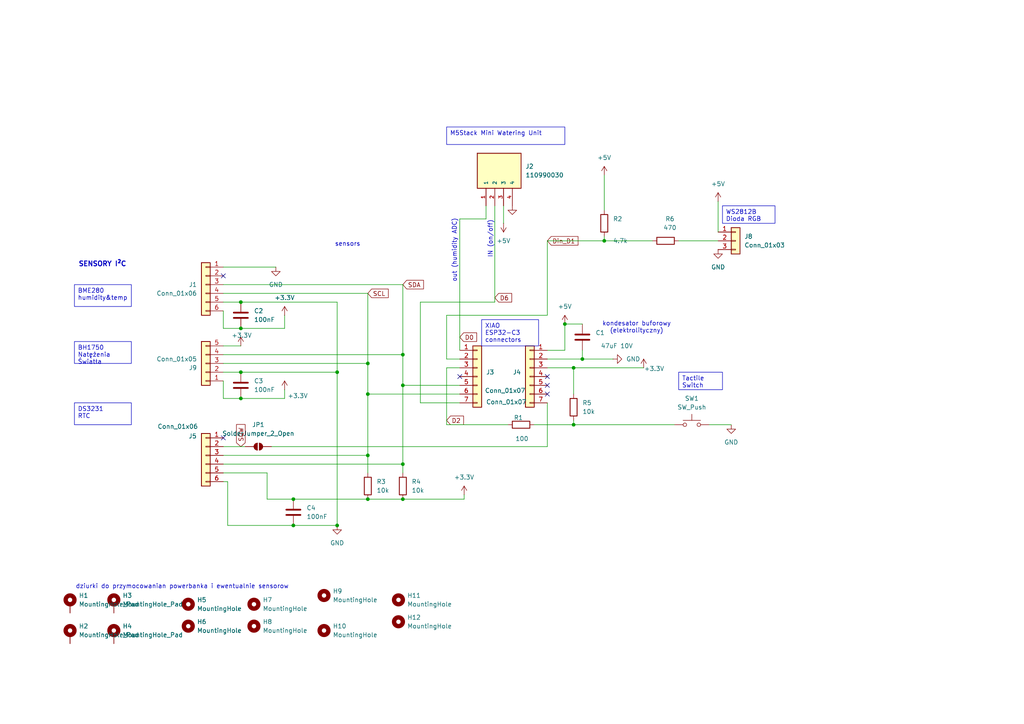
<source format=kicad_sch>
(kicad_sch (version 20250114) (generator "eeschema") (generator_version "9.0")
  (paper "A4")
  (lib_symbols
    (symbol "Connector_Generic:Conn_01x03" (pin_names (offset 1.016) (hide yes))
      (property "Reference" "J" (at 0 5.08 0))
      (property "Value" "Conn_01x03" (at 0 -5.08 0))
      (symbol "Conn_01x03_1_1"
        (rectangle (start -1.27 3.81) (end 1.27 -3.81) (stroke (width 0.254)) (fill (type background)))
        (rectangle (start -1.27 2.667) (end 0 2.413) (stroke (width 0.1524)))
        (rectangle (start -1.27 0.127) (end 0 -0.127) (stroke (width 0.1524)))
        (rectangle (start -1.27 -2.413) (end 0 -2.667) (stroke (width 0.1524)))
        (pin passive line (at -5.08 2.54 0) (length 3.81) (name "Pin_1") (number "1"))
        (pin passive line (at -5.08 0 0) (length 3.81) (name "Pin_2") (number "2"))
        (pin passive line (at -5.08 -2.54 0) (length 3.81) (name "Pin_3") (number "3"))
      )
    )
    (symbol "Connector_Generic:Conn_01x05" (pin_names (offset 1.016) (hide yes))
      (property "Reference" "J" (at 0 7.62 0))
      (property "Value" "Conn_01x05" (at 0 -7.62 0))
      (symbol "Conn_01x05_1_1"
        (rectangle (start -1.27 6.35) (end 1.27 -6.35) (stroke (width 0.254)) (fill (type background)))
        (rectangle (start -1.27 5.207) (end 0 4.953) (stroke (width 0.1524)))
        (rectangle (start -1.27 2.667) (end 0 2.413) (stroke (width 0.1524)))
        (rectangle (start -1.27 0.127) (end 0 -0.127) (stroke (width 0.1524)))
        (rectangle (start -1.27 -2.413) (end 0 -2.667) (stroke (width 0.1524)))
        (rectangle (start -1.27 -4.953) (end 0 -5.207) (stroke (width 0.1524)))
        (pin passive line (at -5.08 5.08 0) (length 3.81) (name "Pin_1") (number "1"))
        (pin passive line (at -5.08 2.54 0) (length 3.81) (name "Pin_2") (number "2"))
        (pin passive line (at -5.08 0 0) (length 3.81) (name "Pin_3") (number "3"))
        (pin passive line (at -5.08 -2.54 0) (length 3.81) (name "Pin_4") (number "4"))
        (pin passive line (at -5.08 -5.08 0) (length 3.81) (name "Pin_5") (number "5"))
      )
    )
    (symbol "Connector_Generic:Conn_01x06" (pin_names (offset 1.016) (hide yes))
      (property "Reference" "J" (at 0 7.62 0))
      (property "Value" "Conn_01x06" (at 0 -10.16 0))
      (symbol "Conn_01x06_1_1"
        (rectangle (start -1.27 6.35) (end 1.27 -8.89) (stroke (width 0.254)) (fill (type background)))
        (rectangle (start -1.27 5.207) (end 0 4.953) (stroke (width 0.1524)))
        (rectangle (start -1.27 2.667) (end 0 2.413) (stroke (width 0.1524)))
        (rectangle (start -1.27 0.127) (end 0 -0.127) (stroke (width 0.1524)))
        (rectangle (start -1.27 -2.413) (end 0 -2.667) (stroke (width 0.1524)))
        (rectangle (start -1.27 -4.953) (end 0 -5.207) (stroke (width 0.1524)))
        (rectangle (start -1.27 -7.493) (end 0 -7.747) (stroke (width 0.1524)))
        (pin passive line (at -5.08 5.08 0) (length 3.81) (name "Pin_1") (number "1"))
        (pin passive line (at -5.08 2.54 0) (length 3.81) (name "Pin_2") (number "2"))
        (pin passive line (at -5.08 0 0) (length 3.81) (name "Pin_3") (number "3"))
        (pin passive line (at -5.08 -2.54 0) (length 3.81) (name "Pin_4") (number "4"))
        (pin passive line (at -5.08 -5.08 0) (length 3.81) (name "Pin_5") (number "5"))
        (pin passive line (at -5.08 -7.62 0) (length 3.81) (name "Pin_6") (number "6"))
      )
    )
    (symbol "Connector_Generic:Conn_01x07" (pin_names (offset 1.016) (hide yes))
      (property "Reference" "J" (at 0 10.16 0))
      (property "Value" "Conn_01x07" (at 0 -10.16 0))
      (symbol "Conn_01x07_1_1"
        (rectangle (start -1.27 8.89) (end 1.27 -8.89) (stroke (width 0.254)) (fill (type background)))
        (rectangle (start -1.27 7.747) (end 0 7.493) (stroke (width 0.1524)))
        (rectangle (start -1.27 5.207) (end 0 4.953) (stroke (width 0.1524)))
        (rectangle (start -1.27 2.667) (end 0 2.413) (stroke (width 0.1524)))
        (rectangle (start -1.27 0.127) (end 0 -0.127) (stroke (width 0.1524)))
        (rectangle (start -1.27 -2.413) (end 0 -2.667) (stroke (width 0.1524)))
        (rectangle (start -1.27 -4.953) (end 0 -5.207) (stroke (width 0.1524)))
        (rectangle (start -1.27 -7.493) (end 0 -7.747) (stroke (width 0.1524)))
        (pin passive line (at -5.08 7.62 0) (length 3.81) (name "Pin_1") (number "1"))
        (pin passive line (at -5.08 5.08 0) (length 3.81) (name "Pin_2") (number "2"))
        (pin passive line (at -5.08 2.54 0) (length 3.81) (name "Pin_3") (number "3"))
        (pin passive line (at -5.08 0 0) (length 3.81) (name "Pin_4") (number "4"))
        (pin passive line (at -5.08 -2.54 0) (length 3.81) (name "Pin_5") (number "5"))
        (pin passive line (at -5.08 -5.08 0) (length 3.81) (name "Pin_6") (number "6"))
        (pin passive line (at -5.08 -7.62 0) (length 3.81) (name "Pin_7") (number "7"))
      )
    )
    (symbol "Device:C" (pin_numbers (hide yes)) (pin_names (offset 0.254))
      (property "Reference" "C" (at 0.635 2.54 0))
      (property "Value" "C" (at 0.635 -2.54 0))
      (symbol "C_0_1"
        (polyline (pts (xy -2.032 0.762) (xy 2.032 0.762)) (stroke (width 0.508)))
        (polyline (pts (xy -2.032 -0.762) (xy 2.032 -0.762)) (stroke (width 0.508)))
      )
      (symbol "C_1_1"
        (pin passive line (at 0 3.81 270) (length 2.794) (name "~") (number "1"))
        (pin passive line (at 0 -3.81 90) (length 2.794) (name "~") (number "2"))
      )
    )
    (symbol "Device:R" (pin_numbers (hide yes)) (pin_names (offset 0))
      (property "Reference" "R" (at 2.032 0 90))
      (property "Value" "R" (at 0 0 90))
      (symbol "R_0_1"
        (rectangle (start -1.016 -2.54) (end 1.016 2.54) (stroke (width 0.254)))
      )
      (symbol "R_1_1"
        (pin passive line (at 0 3.81 270) (length 1.27) (name "~") (number "1"))
        (pin passive line (at 0 -3.81 90) (length 1.27) (name "~") (number "2"))
      )
    )
    (symbol "Jumper:SolderJumper_2_Open" (pin_numbers (hide yes)) (pin_names (offset 0) (hide yes)) (in_bom no)
      (property "Reference" "JP" (at 0 2.032 0))
      (property "Value" "SolderJumper_2_Open" (at 0 -2.54 0))
      (symbol "SolderJumper_2_Open_0_1"
        (polyline (pts (xy -0.254 1.016) (xy -0.254 -1.016)))
        (arc (start -0.254 -1.016) (mid -1.2656 0) (end -0.254 1.016))
        (arc (start -0.254 -1.016) (mid -1.2656 0) (end -0.254 1.016) (fill (type outline)))
        (arc (start 0.254 1.016) (mid 1.2656 0) (end 0.254 -1.016))
        (arc (start 0.254 1.016) (mid 1.2656 0) (end 0.254 -1.016) (fill (type outline)))
        (polyline (pts (xy 0.254 1.016) (xy 0.254 -1.016)))
      )
      (symbol "SolderJumper_2_Open_1_1"
        (pin passive line (at -3.81 0 0) (length 2.54) (name "A") (number "1"))
        (pin passive line (at 3.81 0 180) (length 2.54) (name "B") (number "2"))
      )
    )
    (symbol "Mechanical:MountingHole" (pin_names (offset 1.016)) (in_bom no)
      (property "Reference" "H" (at 0 5.08 0))
      (property "Value" "MountingHole" (at 0 3.175 0))
      (symbol "MountingHole_0_1"
        (circle (center 0 0) (radius 1.27) (stroke (width 1.27)))
      )
    )
    (symbol "Mechanical:MountingHole_Pad" (pin_numbers (hide yes)) (pin_names (offset 1.016) (hide yes)) (in_bom no)
      (property "Reference" "H" (at 0 6.35 0))
      (property "Value" "MountingHole_Pad" (at 0 4.445 0))
      (symbol "MountingHole_Pad_0_1"
        (circle (center 0 1.27) (radius 1.27) (stroke (width 1.27)))
      )
      (symbol "MountingHole_Pad_1_1"
        (pin input line (at 0 -2.54 90) (length 2.54) (name "1") (number "1"))
      )
    )
    (symbol "Switch:SW_Push" (pin_numbers (hide yes)) (pin_names (offset 1.016) (hide yes))
      (property "Reference" "SW" (at 1.27 2.54 0))
      (property "Value" "SW_Push" (at 0 -1.524 0))
      (symbol "SW_Push_0_1"
        (circle (center -2.032 0) (radius 0.508))
        (polyline (pts (xy 0 1.27) (xy 0 3.048)))
        (circle (center 2.032 0) (radius 0.508))
        (polyline (pts (xy 2.54 1.27) (xy -2.54 1.27)))
        (pin passive line (at -5.08 0 0) (length 2.54) (name "1") (number "1"))
        (pin passive line (at 5.08 0 180) (length 2.54) (name "2") (number "2"))
      )
    )
    (symbol "groove_con:110990030" (pin_names (offset 1.016))
      (property "Reference" "J" (at -5.08 5.842 0))
      (property "Value" "110990030" (at -5.08 -8.382 0))
      (symbol "110990030_0_0"
        (rectangle (start -5.08 -7.62) (end 5.08 5.08) (stroke (width 0.254)) (fill (type background)))
        (pin passive line (at -10.16 2.54 0) (length 5.08) (name "1") (number "1"))
        (pin passive line (at -10.16 0 0) (length 5.08) (name "2") (number "2"))
        (pin passive line (at -10.16 -2.54 0) (length 5.08) (name "3") (number "3"))
        (pin passive line (at -10.16 -5.08 0) (length 5.08) (name "4") (number "4"))
      )
    )
    (symbol "power:+3.3V" (power) (pin_numbers (hide yes)) (pin_names (offset 0) (hide yes))
      (property "Value" "+3.3V" (at 0 3.556 0))
      (symbol "+3.3V_0_1"
        (polyline (pts (xy -0.762 1.27) (xy 0 2.54)))
        (polyline (pts (xy 0 2.54) (xy 0.762 1.27)))
        (polyline (pts (xy 0 0) (xy 0 2.54)))
      )
      (symbol "+3.3V_1_1"
        (pin power_in line (at 0 0 90) (length 0) (name "~") (number "1"))
      )
    )
    (symbol "power:+5V" (power) (pin_numbers (hide yes)) (pin_names (offset 0) (hide yes))
      (property "Value" "+5V" (at 0 3.556 0))
      (symbol "+5V_0_1"
        (polyline (pts (xy -0.762 1.27) (xy 0 2.54)))
        (polyline (pts (xy 0 2.54) (xy 0.762 1.27)))
        (polyline (pts (xy 0 0) (xy 0 2.54)))
      )
      (symbol "+5V_1_1"
        (pin power_in line (at 0 0 90) (length 0) (name "~") (number "1"))
      )
    )
    (symbol "power:GND" (power) (pin_numbers (hide yes)) (pin_names (offset 0) (hide yes))
      (property "Value" "GND" (at 0 -3.81 0))
      (symbol "GND_0_1"
        (polyline (pts (xy 0 0) (xy 0 -1.27) (xy 1.27 -1.27) (xy 0 -2.54) (xy -1.27 -1.27) (xy 0 -1.27)))
      )
      (symbol "GND_1_1"
        (pin power_in line (at 0 0 270) (length 0) (name "~") (number "1"))
      )
    )
  )
  (text "sensors" (at 100.838 70.866 0) (effects (font (size 1.27 1.27))))
  (text "IN (on/off)" (at 142.24 69.342 90) (effects (font (size 1.27 1.27))))
  (text "SENSORY I²C" (at 29.718 76.708 0) (effects (font (size 1.397 1.397) (thickness 0.2794) (bold yes))))
  (text "dziurki do przymocowanian powerbanka i ewentualnie sensorow " (at 53.34 170.18 0) (effects (font (size 1.27 1.27))))
  (text "kondesator buforowy\n(elektrolityczny)" (at 184.658 94.996 0) (effects (font (size 1.27 1.27))))
  (text "out (humidity ADC)" (at 131.826 72.644 90) (effects (font (size 1.27 1.27))))
  (text_box "M5Stack Mini Watering Unit\n" (at 129.54 36.83 0) (size 34.29 5.08) (margins 0.9525 0.9525 0.9525 0.9525) (effects (font (size 1.27 1.27)) (justify left top)))
  (text_box "XIAO ESP32-C3 connectors" (at 139.7 92.71 0) (size 16.51 7.62) (margins 0.9525 0.9525 0.9525 0.9525) (effects (font (size 1.27 1.27)) (justify left top)))
  (text_box "BME280\nhumidity&temp " (at 21.59 82.55 0) (size 16.51 6.35) (margins 0.9525 0.9525 0.9525 0.9525) (effects (font (size 1.27 1.27)) (justify left top)))
  (text_box "WS2812B\nDioda RGB" (at 209.55 59.69 0) (size 15.24 5.08) (margins 0.9525 0.9525 0.9525 0.9525) (effects (font (size 1.27 1.27)) (justify left top)))
  (text_box "BH1750\nNatężenia Światła" (at 21.59 99.06 0) (size 16.51 6.35) (margins 0.9525 0.9525 0.9525 0.9525) (effects (font (size 1.27 1.27)) (justify left top)))
  (text_box "Tactile Switch" (at 196.85 107.95 0) (size 12.7 5.08) (margins 0.9525 0.9525 0.9525 0.9525) (effects (font (size 1.27 1.27)) (justify left top)))
  (text_box "DS3231\nRTC " (at 21.59 116.84 0) (size 16.51 6.35) (margins 0.9525 0.9525 0.9525 0.9525) (effects (font (size 1.27 1.27)) (justify left top)))
  (junction (at 166.37 106.68))
  (junction (at 175.26 69.85))
  (junction (at 97.79 107.95))
  (junction (at 168.91 104.14))
  (junction (at 166.37 123.19))
  (junction (at 106.68 105.41))
  (junction (at 85.09 144.78))
  (junction (at 69.85 95.25))
  (junction (at 163.83 93.98))
  (junction (at 106.68 114.3))
  (junction (at 69.85 87.63))
  (junction (at 116.84 102.87))
  (junction (at 116.84 111.76))
  (junction (at 106.68 144.78))
  (junction (at 85.09 152.4))
  (junction (at 116.84 134.62))
  (junction (at 106.68 132.08))
  (junction (at 97.79 152.4))
  (junction (at 69.85 115.57))
  (junction (at 116.84 144.78))
  (junction (at 69.85 107.95))
  (no_connect (at 158.75 109.22))
  (no_connect (at 158.75 111.76))
  (no_connect (at 133.35 109.22))
  (no_connect (at 158.75 114.3))
  (no_connect (at 64.77 80.01))
  (no_connect (at 64.77 127))
  (wire (pts (xy 163.83 93.98) (xy 168.91 93.98)))
  (wire (pts (xy 121.92 87.63) (xy 143.51 87.63)))
  (wire (pts (xy 158.75 69.85) (xy 175.26 69.85)))
  (wire (pts (xy 69.85 107.95) (xy 97.79 107.95)))
  (wire (pts (xy 134.62 144.78) (xy 134.62 143.51)))
  (wire (pts (xy 66.04 152.4) (xy 85.09 152.4)))
  (wire (pts (xy 97.79 107.95) (xy 97.79 152.4)))
  (wire (pts (xy 166.37 121.92) (xy 166.37 123.19)))
  (wire (pts (xy 64.77 139.7) (xy 66.04 139.7)))
  (wire (pts (xy 64.77 95.25) (xy 69.85 95.25)))
  (wire (pts (xy 175.26 50.8) (xy 175.26 60.96)))
  (wire (pts (xy 166.37 106.68) (xy 158.75 106.68)))
  (wire (pts (xy 129.54 91.44) (xy 158.75 91.44)))
  (wire (pts (xy 129.54 91.44) (xy 129.54 104.14)))
  (wire (pts (xy 82.55 91.44) (xy 82.55 95.25)))
  (wire (pts (xy 64.77 100.33) (xy 69.85 100.33)))
  (wire (pts (xy 158.75 91.44) (xy 158.75 69.85)))
  (wire (pts (xy 175.26 69.85) (xy 175.26 68.58)))
  (wire (pts (xy 66.04 139.7) (xy 66.04 152.4)))
  (wire (pts (xy 77.47 137.16) (xy 77.47 144.78)))
  (wire (pts (xy 168.91 104.14) (xy 177.8 104.14)))
  (wire (pts (xy 116.84 134.62) (xy 64.77 134.62)))
  (wire (pts (xy 154.94 123.19) (xy 166.37 123.19)))
  (wire (pts (xy 196.85 69.85) (xy 208.28 69.85)))
  (wire (pts (xy 69.85 87.63) (xy 97.79 87.63)))
  (wire (pts (xy 64.77 102.87) (xy 116.84 102.87)))
  (wire (pts (xy 189.23 69.85) (xy 175.26 69.85)))
  (wire (pts (xy 106.68 132.08) (xy 106.68 137.16)))
  (wire (pts (xy 146.05 59.69) (xy 146.05 64.77)))
  (wire (pts (xy 64.77 132.08) (xy 106.68 132.08)))
  (wire (pts (xy 158.75 116.84) (xy 158.75 129.54)))
  (wire (pts (xy 106.68 114.3) (xy 106.68 132.08)))
  (wire (pts (xy 143.51 59.69) (xy 143.51 87.63)))
  (wire (pts (xy 106.68 144.78) (xy 116.84 144.78)))
  (wire (pts (xy 133.35 63.5) (xy 140.97 63.5)))
  (wire (pts (xy 64.77 82.55) (xy 116.84 82.55)))
  (wire (pts (xy 106.68 85.09) (xy 106.68 105.41)))
  (wire (pts (xy 205.74 123.19) (xy 212.09 123.19)))
  (wire (pts (xy 116.84 111.76) (xy 133.35 111.76)))
  (wire (pts (xy 186.69 106.68) (xy 166.37 106.68)))
  (wire (pts (xy 64.77 77.47) (xy 80.01 77.47)))
  (wire (pts (xy 166.37 123.19) (xy 195.58 123.19)))
  (wire (pts (xy 140.97 63.5) (xy 140.97 59.69)))
  (wire (pts (xy 158.75 101.6) (xy 163.83 101.6)))
  (wire (pts (xy 97.79 87.63) (xy 97.79 107.95)))
  (wire (pts (xy 133.35 116.84) (xy 121.92 116.84)))
  (wire (pts (xy 64.77 95.25) (xy 64.77 90.17)))
  (wire (pts (xy 85.09 152.4) (xy 97.79 152.4)))
  (wire (pts (xy 168.91 101.6) (xy 168.91 104.14)))
  (wire (pts (xy 133.35 63.5) (xy 133.35 101.6)))
  (wire (pts (xy 64.77 87.63) (xy 69.85 87.63)))
  (wire (pts (xy 116.84 102.87) (xy 116.84 111.76)))
  (wire (pts (xy 69.85 115.57) (xy 82.55 115.57)))
  (wire (pts (xy 129.54 106.68) (xy 129.54 123.19)))
  (wire (pts (xy 85.09 144.78) (xy 106.68 144.78)))
  (wire (pts (xy 64.77 85.09) (xy 106.68 85.09)))
  (wire (pts (xy 158.75 129.54) (xy 78.74 129.54)))
  (wire (pts (xy 133.35 106.68) (xy 129.54 106.68)))
  (wire (pts (xy 64.77 137.16) (xy 77.47 137.16)))
  (wire (pts (xy 64.77 129.54) (xy 71.12 129.54)))
  (wire (pts (xy 64.77 115.57) (xy 64.77 110.49)))
  (wire (pts (xy 208.28 58.42) (xy 208.28 67.31)))
  (wire (pts (xy 129.54 123.19) (xy 147.32 123.19)))
  (wire (pts (xy 129.54 104.14) (xy 133.35 104.14)))
  (wire (pts (xy 106.68 105.41) (xy 106.68 114.3)))
  (wire (pts (xy 77.47 144.78) (xy 85.09 144.78)))
  (wire (pts (xy 163.83 93.98) (xy 163.83 101.6)))
  (wire (pts (xy 116.84 82.55) (xy 116.84 102.87)))
  (wire (pts (xy 69.85 95.25) (xy 82.55 95.25)))
  (wire (pts (xy 64.77 107.95) (xy 69.85 107.95)))
  (wire (pts (xy 64.77 115.57) (xy 69.85 115.57)))
  (wire (pts (xy 158.75 104.14) (xy 168.91 104.14)))
  (wire (pts (xy 64.77 105.41) (xy 106.68 105.41)))
  (wire (pts (xy 82.55 115.57) (xy 82.55 113.03)))
  (wire (pts (xy 116.84 111.76) (xy 116.84 134.62)))
  (wire (pts (xy 116.84 144.78) (xy 134.62 144.78)))
  (wire (pts (xy 106.68 114.3) (xy 133.35 114.3)))
  (wire (pts (xy 121.92 116.84) (xy 121.92 87.63)))
  (wire (pts (xy 116.84 134.62) (xy 116.84 137.16)))
  (wire (pts (xy 166.37 106.68) (xy 166.37 114.3)))
  (global_label "Din_D1" (shape input) (at 158.75 69.85 0) (property "Intersheetrefs" "${INTERSHEET_REFS}" (effects (hide yes))))
  (global_label "D2" (shape input) (at 129.54 121.92 0) (property "Intersheetrefs" "${INTERSHEET_REFS}" (effects (hide yes))))
  (global_label "SCL" (shape input) (at 106.68 85.09 0) (property "Intersheetrefs" "${INTERSHEET_REFS}" (effects (hide yes))))
  (global_label "D6" (shape input) (at 143.51 86.36 0) (property "Intersheetrefs" "${INTERSHEET_REFS}" (effects (hide yes))))
  (global_label "SQW" (shape input) (at 69.85 129.54 90) (property "Intersheetrefs" "${INTERSHEET_REFS}" (effects (hide yes))))
  (global_label "D0" (shape input) (at 133.35 97.79 0) (property "Intersheetrefs" "${INTERSHEET_REFS}" (effects (hide yes))))
  (global_label "SDA" (shape input) (at 116.84 82.55 0) (property "Intersheetrefs" "${INTERSHEET_REFS}" (effects (hide yes))))
  (symbol (lib_id "Device:R") (at 175.26 64.77 0) (unit 1)
    (property "Reference" "R2" (at 177.8 63.4999 0) (effects (justify left)))
    (property "Value" "4.7k" (at 177.8 69.8499 0) (effects (justify left)))
    (property "Footprint" "Resistor_SMD:R_0805_2012Metric" (effects (hide yes)))
    (property "Description" "Resistor" (effects (hide yes)))
    (property "LCSC Part #" "C17673" (effects (hide yes)))
  )
  (symbol (lib_id "Connector_Generic:Conn_01x03") (at 213.36 69.85 0) (unit 1)
    (property "Reference" "J8" (at 215.9 68.5799 0) (effects (justify left)))
    (property "Value" "Conn_01x03" (at 215.9 71.1199 0) (effects (justify left)))
    (property "Footprint" "Connector_PinHeader_2.54mm:PinHeader_1x03_P2.54mm_Vertical" (effects (hide yes)))
    (property "Description" "Generic connector, single row, 01x03, script generated (kicad-library-utils/schlib/autogen/connector/)" (effects (hide yes)))
    (property "LCSC Part #" "C124398" (effects (hide yes)))
  )
  (symbol (lib_id "power:GND") (at 208.28 72.39 0) (unit 1)
    (property "Reference" "#PWR08" (effects (hide yes)))
    (property "Value" "GND" (at 208.28 77.47 0))
    (property "Description" "Power symbol creates a global label with name \"GND\" , ground" (effects (hide yes)))
  )
  (symbol (lib_id "Mechanical:MountingHole_Pad") (at 33.02 184.15 0) (unit 1) (in_bom no)
    (property "Reference" "H4" (at 35.56 181.6099 0) (effects (justify left)))
    (property "Value" "MountingHole_Pad" (at 35.56 184.1499 0) (effects (justify left)))
    (property "Footprint" "MountingHole:MountingHole_4.3mm_M4_Pad" (effects (hide yes)))
    (property "Description" "Mounting Hole with connection" (effects (hide yes)))
  )
  (symbol (lib_id "Switch:SW_Push") (at 200.66 123.19 0) (unit 1)
    (property "Reference" "SW1" (at 200.66 115.57 0))
    (property "Value" "SW_Push" (at 200.66 118.11 0))
    (property "Footprint" "Button_Switch_THT:SW_PUSH_6mm" (effects (hide yes)))
    (property "Description" "Push button switch, generic, two pins" (effects (hide yes)))
    (property "LCSC Part #" "C318884" (effects (hide yes)))
  )
  (symbol (lib_id "Mechanical:MountingHole_Pad") (at 33.02 175.26 0) (unit 1) (in_bom no)
    (property "Reference" "H3" (at 35.56 172.7199 0) (effects (justify left)))
    (property "Value" "MountingHole_Pad" (at 35.56 175.2599 0) (effects (justify left)))
    (property "Footprint" "MountingHole:MountingHole_4.3mm_M4_Pad" (effects (hide yes)))
    (property "Description" "Mounting Hole with connection" (effects (hide yes)))
  )
  (symbol (lib_id "power:+5V") (at 146.05 64.77 0) (mirror x) (unit 1)
    (property "Reference" "#PWR015" (effects (hide yes)))
    (property "Value" "+5V" (at 146.05 69.85 0))
    (property "Description" "Power symbol creates a global label with name \"+5V\"" (effects (hide yes)))
  )
  (symbol (lib_id "Device:R") (at 193.04 69.85 270) (unit 1)
    (property "Reference" "R6" (at 194.31 63.5 90))
    (property "Value" "470" (at 194.31 66.04 90))
    (property "Footprint" "Resistor_SMD:R_0805_2012Metric" (effects (hide yes)))
    (property "Description" "Resistor" (effects (hide yes)))
    (property "LCSC Part #" "C17710" (effects (hide yes)))
  )
  (symbol (lib_id "Device:C") (at 69.85 91.44 0) (unit 1)
    (property "Reference" "C2" (at 73.66 90.1699 0) (effects (justify left)))
    (property "Value" "100nF" (at 73.66 92.7099 0) (effects (justify left)))
    (property "Footprint" "Capacitor_SMD:C_0805_2012Metric" (effects (hide yes)))
    (property "Description" "Unpolarized capacitor" (effects (hide yes)))
    (property "LCSC Part #" "C49678" (effects (hide yes)))
  )
  (symbol (lib_id "Mechanical:MountingHole") (at 115.57 180.34 0) (unit 1) (in_bom no)
    (property "Reference" "H12" (at 118.11 179.0699 0) (effects (justify left)))
    (property "Value" "MountingHole" (at 118.11 181.6099 0) (effects (justify left)))
    (property "Footprint" "MountingHole:MountingHole_2.5mm" (effects (hide yes)))
    (property "Description" "Mounting Hole without connection" (effects (hide yes)))
  )
  (symbol (lib_id "Device:R") (at 116.84 140.97 0) (unit 1)
    (property "Reference" "R4" (at 119.38 139.6999 0) (effects (justify left)))
    (property "Value" "10k" (at 119.38 142.2399 0) (effects (justify left)))
    (property "Footprint" "Resistor_SMD:R_0805_2012Metric" (effects (hide yes)))
    (property "Description" "Resistor" (effects (hide yes)))
    (property "LCSC Part #" "C17414" (effects (hide yes)))
  )
  (symbol (lib_id "Mechanical:MountingHole_Pad") (at 20.32 184.15 0) (unit 1) (in_bom no)
    (property "Reference" "H2" (at 22.86 181.6099 0) (effects (justify left)))
    (property "Value" "MountingHole_Pad" (at 22.86 184.1499 0) (effects (justify left)))
    (property "Footprint" "MountingHole:MountingHole_4.3mm_M4_Pad" (effects (hide yes)))
    (property "Description" "Mounting Hole with connection" (effects (hide yes)))
  )
  (symbol (lib_id "power:+3.3V") (at 82.55 91.44 0) (unit 1)
    (property "Reference" "#PWR02" (effects (hide yes)))
    (property "Value" "+3.3V" (at 82.55 86.36 0))
    (property "Description" "Power symbol creates a global label with name \"+3.3V\"" (effects (hide yes)))
  )
  (symbol (lib_id "Mechanical:MountingHole") (at 54.61 175.26 0) (unit 1) (in_bom no)
    (property "Reference" "H5" (at 57.15 173.9899 0) (effects (justify left)))
    (property "Value" "MountingHole" (at 57.15 176.5299 0) (effects (justify left)))
    (property "Footprint" "MountingHole:MountingHole_2.7mm" (effects (hide yes)))
    (property "Description" "Mounting Hole without connection" (effects (hide yes)))
  )
  (symbol (lib_id "Mechanical:MountingHole") (at 73.66 175.26 0) (unit 1) (in_bom no)
    (property "Reference" "H7" (at 76.2 173.9899 0) (effects (justify left)))
    (property "Value" "MountingHole" (at 76.2 176.5299 0) (effects (justify left)))
    (property "Footprint" "MountingHole:MountingHole_2.7mm" (effects (hide yes)))
    (property "Description" "Mounting Hole without connection" (effects (hide yes)))
  )
  (symbol (lib_id "power:GND") (at 212.09 123.19 0) (unit 1)
    (property "Reference" "#PWR05" (effects (hide yes)))
    (property "Value" "GND" (at 212.09 128.27 0))
    (property "Description" "Power symbol creates a global label with name \"GND\" , ground" (effects (hide yes)))
  )
  (symbol (lib_id "Device:R") (at 106.68 140.97 0) (unit 1)
    (property "Reference" "R3" (at 109.22 139.6999 0) (effects (justify left)))
    (property "Value" "10k" (at 109.22 142.2399 0) (effects (justify left)))
    (property "Footprint" "Resistor_SMD:R_0805_2012Metric" (effects (hide yes)))
    (property "Description" "Resistor" (effects (hide yes)))
    (property "LCSC Part #" "C17414" (effects (hide yes)))
  )
  (symbol (lib_id "Mechanical:MountingHole_Pad") (at 20.32 175.26 0) (unit 1) (in_bom no)
    (property "Reference" "H1" (at 22.86 172.7199 0) (effects (justify left)))
    (property "Value" "MountingHole_Pad" (at 22.86 175.2599 0) (effects (justify left)))
    (property "Footprint" "MountingHole:MountingHole_4.3mm_M4_Pad" (effects (hide yes)))
    (property "Description" "Mounting Hole with connection" (effects (hide yes)))
  )
  (symbol (lib_id "power:+5V") (at 208.28 58.42 0) (unit 1)
    (property "Reference" "#PWR09" (effects (hide yes)))
    (property "Value" "+5V" (at 208.28 53.34 0))
    (property "Description" "Power symbol creates a global label with name \"+5V\"" (effects (hide yes)))
  )
  (symbol (lib_id "Connector_Generic:Conn_01x07") (at 138.43 109.22 0) (unit 1)
    (property "Reference" "J3" (at 140.97 107.9499 0) (effects (justify left)))
    (property "Value" "Conn_01x07" (at 140.97 116.586 0) (effects (justify left)))
    (property "Footprint" "Connector_PinHeader_2.54mm:PinHeader_1x07_P2.54mm_Vertical" (effects (hide yes)))
    (property "Description" "Generic connector, single row, 01x07, script generated (kicad-library-utils/schlib/autogen/connector/)" (effects (hide yes)))
    (property "LCSC Part #" "C2254" (effects (hide yes)))
  )
  (symbol (lib_id "Device:R") (at 166.37 118.11 0) (unit 1)
    (property "Reference" "R5" (at 168.91 116.8399 0) (effects (justify left)))
    (property "Value" "10k" (at 168.91 119.3799 0) (effects (justify left)))
    (property "Footprint" "Resistor_SMD:R_0805_2012Metric" (effects (hide yes)))
    (property "Description" "Resistor" (effects (hide yes)))
    (property "LCSC Part #" "C17414" (effects (hide yes)))
  )
  (symbol (lib_id "Device:C") (at 168.91 97.79 0) (unit 1)
    (property "Reference" "C1" (at 172.72 96.5199 0) (effects (justify left)))
    (property "Value" "47uF 10V" (at 174.244 100.33 0) (effects (justify left)))
    (property "Footprint" "Capacitor_SMD:C_1206_3216Metric" (effects (hide yes)))
    (property "Description" "Unpolarized capacitor" (effects (hide yes)))
    (property "LCSC Part #" "C13608" (effects (hide yes)))
  )
  (symbol (lib_id "Connector_Generic:Conn_01x06") (at 59.69 132.08 0) (mirror y) (unit 1)
    (property "Reference" "J5" (at 55.88 126.492 0))
    (property "Value" "Conn_01x06" (at 51.562 123.698 0))
    (property "Footprint" "Connector_PinHeader_2.54mm:PinHeader_1x06_P2.54mm_Vertical" (effects (hide yes)))
    (property "Description" "Generic connector, single row, 01x06, script generated (kicad-library-utils/schlib/autogen/connector/)" (effects (hide yes)))
    (property "LCSC Part #" "C50982" (effects (hide yes)))
  )
  (symbol (lib_id "power:GND") (at 80.01 77.47 0) (unit 1)
    (property "Reference" "#PWR013" (effects (hide yes)))
    (property "Value" "GND" (at 80.01 82.55 0))
    (property "Description" "Power symbol creates a global label with name \"GND\" , ground" (effects (hide yes)))
  )
  (symbol (lib_id "Mechanical:MountingHole") (at 93.98 182.88 0) (unit 1) (in_bom no)
    (property "Reference" "H10" (at 96.52 181.6099 0) (effects (justify left)))
    (property "Value" "MountingHole" (at 96.52 184.1499 0) (effects (justify left)))
    (property "Footprint" "MountingHole:MountingHole_2.5mm" (effects (hide yes)))
    (property "Description" "Mounting Hole without connection" (effects (hide yes)))
  )
  (symbol (lib_id "power:GND") (at 97.79 152.4 0) (unit 1)
    (property "Reference" "#PWR011" (effects (hide yes)))
    (property "Value" "GND" (at 97.79 157.48 0))
    (property "Description" "Power symbol creates a global label with name \"GND\" , ground" (effects (hide yes)))
  )
  (symbol (lib_id "Device:C") (at 69.85 111.76 0) (unit 1)
    (property "Reference" "C3" (at 73.66 110.4899 0) (effects (justify left)))
    (property "Value" "100nF" (at 73.66 113.0299 0) (effects (justify left)))
    (property "Footprint" "Capacitor_SMD:C_0805_2012Metric" (effects (hide yes)))
    (property "Description" "Unpolarized capacitor" (effects (hide yes)))
    (property "LCSC Part #" "C49678" (effects (hide yes)))
  )
  (symbol (lib_id "Device:R") (at 151.13 123.19 90) (unit 1)
    (property "Reference" "R1" (at 150.368 121.158 90))
    (property "Value" "100" (at 151.384 127.254 90))
    (property "Footprint" "Resistor_SMD:R_0805_2012Metric" (effects (hide yes)))
    (property "Description" "Resistor" (effects (hide yes)))
    (property "LCSC Part #" "C17408" (effects (hide yes)))
  )
  (symbol (lib_id "power:+5V") (at 175.26 50.8 0) (unit 1)
    (property "Reference" "#PWR010" (effects (hide yes)))
    (property "Value" "+5V" (at 175.26 45.72 0))
    (property "Description" "Power symbol creates a global label with name \"+5V\"" (effects (hide yes)))
  )
  (symbol (lib_id "Jumper:SolderJumper_2_Open") (at 74.93 129.54 0) (unit 1) (in_bom no)
    (property "Reference" "JP1" (at 74.93 123.19 0))
    (property "Value" "SolderJumper_2_Open" (at 74.93 125.73 0))
    (property "Footprint" "Jumper:SolderJumper-2_P1.3mm_Open_RoundedPad1.0x1.5mm" (effects (hide yes)))
    (property "Description" "Solder Jumper, 2-pole, open" (effects (hide yes)))
  )
  (symbol (lib_id "power:+3.3V") (at 134.62 143.51 0) (unit 1)
    (property "Reference" "#PWR04" (effects (hide yes)))
    (property "Value" "+3.3V" (at 134.62 138.43 0))
    (property "Description" "Power symbol creates a global label with name \"+3.3V\"" (effects (hide yes)))
  )
  (symbol (lib_id "Mechanical:MountingHole") (at 115.57 173.99 0) (unit 1) (in_bom no)
    (property "Reference" "H11" (at 118.11 172.7199 0) (effects (justify left)))
    (property "Value" "MountingHole" (at 118.11 175.2599 0) (effects (justify left)))
    (property "Footprint" "MountingHole:MountingHole_2.5mm" (effects (hide yes)))
    (property "Description" "Mounting Hole without connection" (effects (hide yes)))
  )
  (symbol (lib_id "Mechanical:MountingHole") (at 73.66 181.61 0) (unit 1) (in_bom no)
    (property "Reference" "H8" (at 76.2 180.3399 0) (effects (justify left)))
    (property "Value" "MountingHole" (at 76.2 182.8799 0) (effects (justify left)))
    (property "Footprint" "MountingHole:MountingHole_2.7mm" (effects (hide yes)))
    (property "Description" "Mounting Hole without connection" (effects (hide yes)))
  )
  (symbol (lib_id "Connector_Generic:Conn_01x07") (at 153.67 109.22 0) (mirror y) (unit 1)
    (property "Reference" "J4" (at 151.13 107.9499 0) (effects (justify left)))
    (property "Value" "Conn_01x07" (at 152.4 113.284 0) (effects (justify left)))
    (property "Footprint" "Connector_PinHeader_2.54mm:PinHeader_1x07_P2.54mm_Vertical" (effects (hide yes)))
    (property "Description" "Generic connector, single row, 01x07, script generated (kicad-library-utils/schlib/autogen/connector/)" (effects (hide yes)))
    (property "LCSC Part #" "C2254" (effects (hide yes)))
  )
  (symbol (lib_id "groove_con:110990030") (at 143.51 49.53 90) (unit 1)
    (property "Reference" "J2" (at 152.4 48.2599 90) (effects (justify right)))
    (property "Value" "110990030" (at 152.4 50.7999 90) (effects (justify right)))
    (property "Footprint" "110990030:SEEED_110990030" (effects (hide yes)))
    (property "MF" "Seeed Studio" (effects (hide yes)))
    (property "MAXIMUM_PACKAGE_HEIGHT" "8.1mm" (effects (hide yes)))
    (property "Package" "None" (effects (hide yes)))
    (property "Price" "None" (effects (hide yes)))
    (property "Check_prices" "https://www.snapeda.com/parts/110990030%2010PCS/PACK/Seeed+Studio/view-part/?ref=eda" (effects (hide yes)))
    (property "STANDARD" "Manufacturer Recommendations" (effects (hide yes)))
    (property "PARTREV" "A" (effects (hide yes)))
    (property "SnapEDA_Link" "https://www.snapeda.com/parts/110990030%2010PCS/PACK/Seeed+Studio/view-part/?ref=snap" (effects (hide yes)))
    (property "MP" "110990030 10PCS/PACK" (effects (hide yes)))
    (property "Description_1" "Grove - Universal 4 pin connector [Seeed Studio] 110990030 10PCS/PACK Grove - Universal 4 pin connector" (effects (hide yes)))
    (property "Availability" "Not in stock" (effects (hide yes)))
    (property "MANUFACTURER" "Seeed Technology" (effects (hide yes)))
    (property "LCSC Part #" "C52230" (effects (hide yes)))
  )
  (symbol (lib_id "power:GND") (at 177.8 104.14 90) (unit 1)
    (property "Reference" "#PWR07" (effects (hide yes)))
    (property "Value" "GND" (at 181.61 104.1399 90) (effects (justify right)))
    (property "Description" "Power symbol creates a global label with name \"GND\" , ground" (effects (hide yes)))
  )
  (symbol (lib_id "power:GND") (at 148.59 59.69 0) (unit 1)
    (property "Reference" "#PWR014" (effects (hide yes)))
    (property "Value" "GND" (effects (hide yes)))
    (property "Description" "Power symbol creates a global label with name \"GND\" , ground" (effects (hide yes)))
  )
  (symbol (lib_id "Mechanical:MountingHole") (at 93.98 172.72 0) (unit 1) (in_bom no)
    (property "Reference" "H9" (at 96.52 171.4499 0) (effects (justify left)))
    (property "Value" "MountingHole" (at 96.52 173.9899 0) (effects (justify left)))
    (property "Footprint" "MountingHole:MountingHole_2.5mm" (effects (hide yes)))
    (property "Description" "Mounting Hole without connection" (effects (hide yes)))
  )
  (symbol (lib_id "power:+3.3V") (at 82.55 113.03 0) (unit 1)
    (property "Reference" "#PWR03" (effects (hide yes)))
    (property "Value" "+3.3V" (at 86.36 114.808 0))
    (property "Description" "Power symbol creates a global label with name \"+3.3V\"" (effects (hide yes)))
  )
  (symbol (lib_id "Device:C") (at 85.09 148.59 0) (unit 1)
    (property "Reference" "C4" (at 88.9 147.3199 0) (effects (justify left)))
    (property "Value" "100nF" (at 88.9 149.8599 0) (effects (justify left)))
    (property "Footprint" "Capacitor_SMD:C_0805_2012Metric" (effects (hide yes)))
    (property "Description" "Unpolarized capacitor" (effects (hide yes)))
    (property "LCSC Part #" "C49678" (effects (hide yes)))
  )
  (symbol (lib_id "power:+3.3V") (at 186.69 106.68 0) (unit 1)
    (property "Reference" "#PWR012" (effects (hide yes)))
    (property "Value" "+3.3V" (at 189.738 106.934 0))
    (property "Description" "Power symbol creates a global label with name \"+3.3V\"" (effects (hide yes)))
  )
  (symbol (lib_id "Mechanical:MountingHole") (at 54.61 181.61 0) (unit 1) (in_bom no)
    (property "Reference" "H6" (at 57.15 180.3399 0) (effects (justify left)))
    (property "Value" "MountingHole" (at 57.15 182.8799 0) (effects (justify left)))
    (property "Footprint" "MountingHole:MountingHole_2.7mm" (effects (hide yes)))
    (property "Description" "Mounting Hole without connection" (effects (hide yes)))
  )
  (symbol (lib_id "power:+3.3V") (at 69.85 100.33 0) (unit 1)
    (property "Reference" "#PWR06" (effects (hide yes)))
    (property "Value" "+3.3V" (at 70.104 97.282 0))
    (property "Description" "Power symbol creates a global label with name \"+3.3V\"" (effects (hide yes)))
  )
  (symbol (lib_id "Connector_Generic:Conn_01x05") (at 59.69 105.41 180) (unit 1)
    (property "Reference" "J9" (at 57.15 106.6801 0) (effects (justify left)))
    (property "Value" "Conn_01x05" (at 57.15 104.1401 0) (effects (justify left)))
    (property "Footprint" "Connector_PinHeader_2.54mm:PinHeader_1x05_P2.54mm_Vertical" (effects (hide yes)))
    (property "Description" "Generic connector, single row, 01x05, script generated (kicad-library-utils/schlib/autogen/connector/)" (effects (hide yes)))
    (property "LCSC Part #" "C2251" (effects (hide yes)))
  )
  (symbol (lib_id "power:+5V") (at 163.83 93.98 0) (unit 1)
    (property "Reference" "#PWR01" (effects (hide yes)))
    (property "Value" "+5V" (at 163.83 88.9 0))
    (property "Description" "Power symbol creates a global label with name \"+5V\"" (effects (hide yes)))
  )
  (symbol (lib_id "Connector_Generic:Conn_01x06") (at 59.69 82.55 0) (mirror y) (unit 1)
    (property "Reference" "J1" (at 57.15 82.5499 0) (effects (justify left)))
    (property "Value" "Conn_01x06" (at 57.15 85.0899 0) (effects (justify left)))
    (property "Footprint" "Connector_PinHeader_2.54mm:PinHeader_1x06_P2.54mm_Vertical" (effects (hide yes)))
    (property "Description" "Generic connector, single row, 01x06, script generated (kicad-library-utils/schlib/autogen/connector/)" (effects (hide yes)))
    (property "LCSC Part #" "C50982" (effects (hide yes)))
  )
)
</source>
